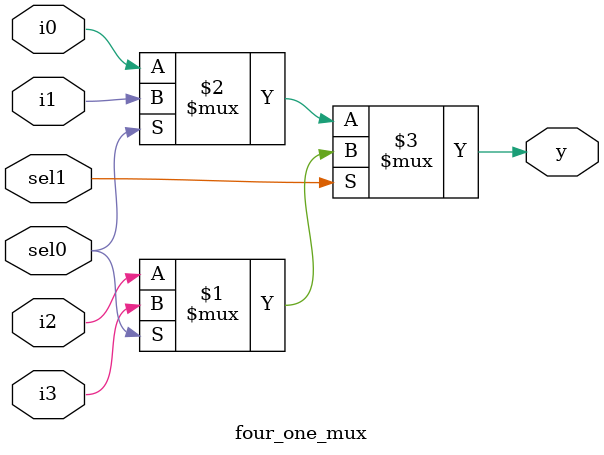
<source format=v>
module four_one_mux(input i0, i1,i2,i3, sel0,sel1, output y);
  assign y = (sel1) ? (sel0 ? i3:i2) : (sel0 ? i1:i0); 
endmodule

</source>
